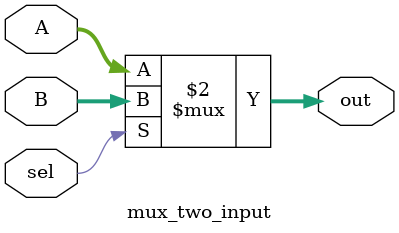
<source format=sv>
module mux_two_input(A,B,sel, out);
    input [31:0] A,B;
    input sel;
    output [31:0] out;
    reg [31:0] out;
    always @(A,B,sel) begin
        out= sel ? B : A;
    end
endmodule
</source>
